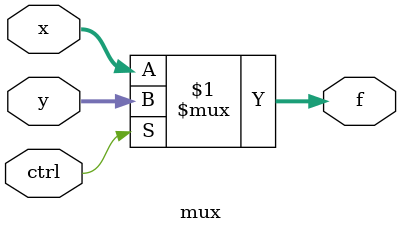
<source format=v>
module mux(
input ctrl,
input [7:0] x,
input [7:0] y,

output [7:0] f
);
	assign f = ctrl? y:x;

endmodule 
</source>
